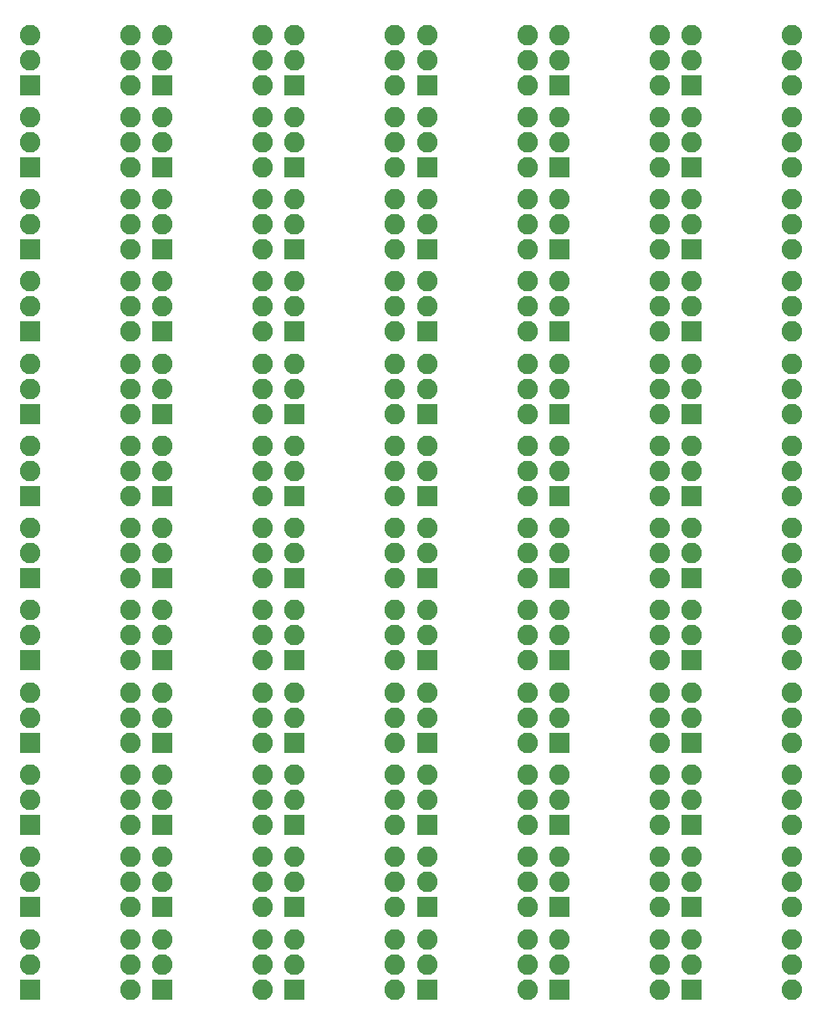
<source format=gbs>
G75*
%MOIN*%
%OFA0B0*%
%FSLAX24Y24*%
%IPPOS*%
%LPD*%
%AMOC8*
5,1,8,0,0,1.08239X$1,22.5*
%
%ADD10R,0.0820X0.0820*%
%ADD11C,0.0820*%
D10*
X002180Y000750D03*
X002180Y004026D03*
X002180Y007301D03*
X002180Y010577D03*
X002180Y013852D03*
X002180Y017128D03*
X002180Y020404D03*
X002180Y023679D03*
X002180Y026955D03*
X002180Y030230D03*
X002180Y033506D03*
X002180Y036781D03*
X007455Y036781D03*
X007455Y033506D03*
X007455Y030230D03*
X007455Y026955D03*
X007455Y023679D03*
X007455Y020404D03*
X007455Y017128D03*
X007455Y013852D03*
X007455Y010577D03*
X007455Y007301D03*
X007455Y004026D03*
X007455Y000750D03*
X012731Y000750D03*
X012731Y004026D03*
X012731Y007301D03*
X012731Y010577D03*
X012731Y013852D03*
X012731Y017128D03*
X012731Y020404D03*
X012731Y023679D03*
X012731Y026955D03*
X012731Y030230D03*
X012731Y033506D03*
X012731Y036781D03*
X018007Y036781D03*
X018007Y033506D03*
X018007Y030230D03*
X018007Y026955D03*
X018007Y023679D03*
X018007Y020404D03*
X018007Y017128D03*
X018007Y013852D03*
X018007Y010577D03*
X018007Y007301D03*
X018007Y004026D03*
X018007Y000750D03*
X023282Y000750D03*
X023282Y004026D03*
X023282Y007301D03*
X023282Y010577D03*
X023282Y013852D03*
X023282Y017128D03*
X023282Y020404D03*
X023282Y023679D03*
X023282Y026955D03*
X023282Y030230D03*
X023282Y033506D03*
X023282Y036781D03*
X028558Y036781D03*
X028558Y033506D03*
X028558Y030230D03*
X028558Y026955D03*
X028558Y023679D03*
X028558Y020404D03*
X028558Y017128D03*
X028558Y013852D03*
X028558Y010577D03*
X028558Y007301D03*
X028558Y004026D03*
X028558Y000750D03*
D11*
X028558Y001750D03*
X028558Y002750D03*
X027282Y002750D03*
X027282Y001750D03*
X027282Y000750D03*
X027282Y004026D03*
X027282Y005026D03*
X027282Y006026D03*
X027282Y007301D03*
X027282Y008301D03*
X027282Y009301D03*
X027282Y010577D03*
X027282Y011577D03*
X027282Y012577D03*
X027282Y013852D03*
X027282Y014852D03*
X027282Y015852D03*
X027282Y017128D03*
X027282Y018128D03*
X027282Y019128D03*
X027282Y020404D03*
X027282Y021404D03*
X027282Y022404D03*
X027282Y023679D03*
X027282Y024679D03*
X027282Y025679D03*
X027282Y026955D03*
X027282Y027955D03*
X027282Y028955D03*
X027282Y030230D03*
X027282Y031230D03*
X027282Y032230D03*
X027282Y033506D03*
X027282Y034506D03*
X027282Y035506D03*
X027282Y036781D03*
X027282Y037781D03*
X027282Y038781D03*
X028558Y038781D03*
X028558Y037781D03*
X028558Y035506D03*
X028558Y034506D03*
X028558Y032230D03*
X028558Y031230D03*
X028558Y028955D03*
X028558Y027955D03*
X028558Y025679D03*
X028558Y024679D03*
X028558Y022404D03*
X028558Y021404D03*
X028558Y019128D03*
X028558Y018128D03*
X028558Y015852D03*
X028558Y014852D03*
X028558Y012577D03*
X028558Y011577D03*
X028558Y009301D03*
X028558Y008301D03*
X028558Y006026D03*
X028558Y005026D03*
X032558Y005026D03*
X032558Y004026D03*
X032558Y002750D03*
X032558Y001750D03*
X032558Y000750D03*
X032558Y006026D03*
X032558Y007301D03*
X032558Y008301D03*
X032558Y009301D03*
X032558Y010577D03*
X032558Y011577D03*
X032558Y012577D03*
X032558Y013852D03*
X032558Y014852D03*
X032558Y015852D03*
X032558Y017128D03*
X032558Y018128D03*
X032558Y019128D03*
X032558Y020404D03*
X032558Y021404D03*
X032558Y022404D03*
X032558Y023679D03*
X032558Y024679D03*
X032558Y025679D03*
X032558Y026955D03*
X032558Y027955D03*
X032558Y028955D03*
X032558Y030230D03*
X032558Y031230D03*
X032558Y032230D03*
X032558Y033506D03*
X032558Y034506D03*
X032558Y035506D03*
X032558Y036781D03*
X032558Y037781D03*
X032558Y038781D03*
X023282Y038781D03*
X023282Y037781D03*
X022007Y037781D03*
X022007Y036781D03*
X022007Y035506D03*
X022007Y034506D03*
X022007Y033506D03*
X022007Y032230D03*
X022007Y031230D03*
X022007Y030230D03*
X022007Y028955D03*
X022007Y027955D03*
X022007Y026955D03*
X022007Y025679D03*
X022007Y024679D03*
X022007Y023679D03*
X022007Y022404D03*
X022007Y021404D03*
X022007Y020404D03*
X022007Y019128D03*
X022007Y018128D03*
X022007Y017128D03*
X022007Y015852D03*
X022007Y014852D03*
X022007Y013852D03*
X022007Y012577D03*
X022007Y011577D03*
X022007Y010577D03*
X022007Y009301D03*
X022007Y008301D03*
X022007Y007301D03*
X022007Y006026D03*
X022007Y005026D03*
X022007Y004026D03*
X022007Y002750D03*
X022007Y001750D03*
X022007Y000750D03*
X023282Y001750D03*
X023282Y002750D03*
X023282Y005026D03*
X023282Y006026D03*
X023282Y008301D03*
X023282Y009301D03*
X023282Y011577D03*
X023282Y012577D03*
X023282Y014852D03*
X023282Y015852D03*
X023282Y018128D03*
X023282Y019128D03*
X023282Y021404D03*
X023282Y022404D03*
X023282Y024679D03*
X023282Y025679D03*
X023282Y027955D03*
X023282Y028955D03*
X023282Y031230D03*
X023282Y032230D03*
X023282Y034506D03*
X023282Y035506D03*
X022007Y038781D03*
X018007Y038781D03*
X018007Y037781D03*
X016731Y037781D03*
X016731Y036781D03*
X016731Y035506D03*
X016731Y034506D03*
X016731Y033506D03*
X016731Y032230D03*
X016731Y031230D03*
X016731Y030230D03*
X016731Y028955D03*
X016731Y027955D03*
X016731Y026955D03*
X016731Y025679D03*
X016731Y024679D03*
X016731Y023679D03*
X018007Y024679D03*
X018007Y025679D03*
X018007Y027955D03*
X018007Y028955D03*
X018007Y031230D03*
X018007Y032230D03*
X018007Y034506D03*
X018007Y035506D03*
X016731Y038781D03*
X012731Y038781D03*
X012731Y037781D03*
X011455Y037781D03*
X011455Y036781D03*
X011455Y035506D03*
X011455Y034506D03*
X011455Y033506D03*
X011455Y032230D03*
X011455Y031230D03*
X011455Y030230D03*
X011455Y028955D03*
X011455Y027955D03*
X011455Y026955D03*
X011455Y025679D03*
X011455Y024679D03*
X011455Y023679D03*
X011455Y022404D03*
X011455Y021404D03*
X011455Y020404D03*
X011455Y019128D03*
X011455Y018128D03*
X011455Y017128D03*
X011455Y015852D03*
X011455Y014852D03*
X011455Y013852D03*
X011455Y012577D03*
X011455Y011577D03*
X011455Y010577D03*
X011455Y009301D03*
X011455Y008301D03*
X011455Y007301D03*
X011455Y006026D03*
X011455Y005026D03*
X011455Y004026D03*
X011455Y002750D03*
X011455Y001750D03*
X011455Y000750D03*
X012731Y001750D03*
X012731Y002750D03*
X012731Y005026D03*
X012731Y006026D03*
X012731Y008301D03*
X012731Y009301D03*
X012731Y011577D03*
X012731Y012577D03*
X012731Y014852D03*
X012731Y015852D03*
X012731Y018128D03*
X012731Y019128D03*
X012731Y021404D03*
X012731Y022404D03*
X012731Y024679D03*
X012731Y025679D03*
X012731Y027955D03*
X012731Y028955D03*
X012731Y031230D03*
X012731Y032230D03*
X012731Y034506D03*
X012731Y035506D03*
X011455Y038781D03*
X007455Y038781D03*
X007455Y037781D03*
X006180Y037781D03*
X006180Y036781D03*
X006180Y035506D03*
X006180Y034506D03*
X006180Y033506D03*
X006180Y032230D03*
X006180Y031230D03*
X006180Y030230D03*
X006180Y028955D03*
X006180Y027955D03*
X006180Y026955D03*
X006180Y025679D03*
X006180Y024679D03*
X006180Y023679D03*
X006180Y022404D03*
X006180Y021404D03*
X006180Y020404D03*
X006180Y019128D03*
X006180Y018128D03*
X006180Y017128D03*
X006180Y015852D03*
X006180Y014852D03*
X006180Y013852D03*
X006180Y012577D03*
X006180Y011577D03*
X006180Y010577D03*
X006180Y009301D03*
X006180Y008301D03*
X006180Y007301D03*
X006180Y006026D03*
X006180Y005026D03*
X006180Y004026D03*
X006180Y002750D03*
X006180Y001750D03*
X006180Y000750D03*
X007455Y001750D03*
X007455Y002750D03*
X007455Y005026D03*
X007455Y006026D03*
X007455Y008301D03*
X007455Y009301D03*
X007455Y011577D03*
X007455Y012577D03*
X007455Y014852D03*
X007455Y015852D03*
X007455Y018128D03*
X007455Y019128D03*
X007455Y021404D03*
X007455Y022404D03*
X007455Y024679D03*
X007455Y025679D03*
X007455Y027955D03*
X007455Y028955D03*
X007455Y031230D03*
X007455Y032230D03*
X007455Y034506D03*
X007455Y035506D03*
X006180Y038781D03*
X002180Y038781D03*
X002180Y037781D03*
X002180Y035506D03*
X002180Y034506D03*
X002180Y032230D03*
X002180Y031230D03*
X002180Y028955D03*
X002180Y027955D03*
X002180Y025679D03*
X002180Y024679D03*
X002180Y022404D03*
X002180Y021404D03*
X002180Y019128D03*
X002180Y018128D03*
X002180Y015852D03*
X002180Y014852D03*
X002180Y012577D03*
X002180Y011577D03*
X002180Y009301D03*
X002180Y008301D03*
X002180Y006026D03*
X002180Y005026D03*
X002180Y002750D03*
X002180Y001750D03*
X016731Y001750D03*
X016731Y002750D03*
X018007Y002750D03*
X018007Y001750D03*
X016731Y000750D03*
X016731Y004026D03*
X016731Y005026D03*
X016731Y006026D03*
X016731Y007301D03*
X016731Y008301D03*
X016731Y009301D03*
X018007Y009301D03*
X018007Y008301D03*
X016731Y010577D03*
X016731Y011577D03*
X016731Y012577D03*
X018007Y012577D03*
X018007Y011577D03*
X016731Y013852D03*
X016731Y014852D03*
X016731Y015852D03*
X018007Y015852D03*
X018007Y014852D03*
X016731Y017128D03*
X016731Y018128D03*
X016731Y019128D03*
X016731Y020404D03*
X016731Y021404D03*
X016731Y022404D03*
X018007Y022404D03*
X018007Y021404D03*
X018007Y019128D03*
X018007Y018128D03*
X018007Y006026D03*
X018007Y005026D03*
M02*

</source>
